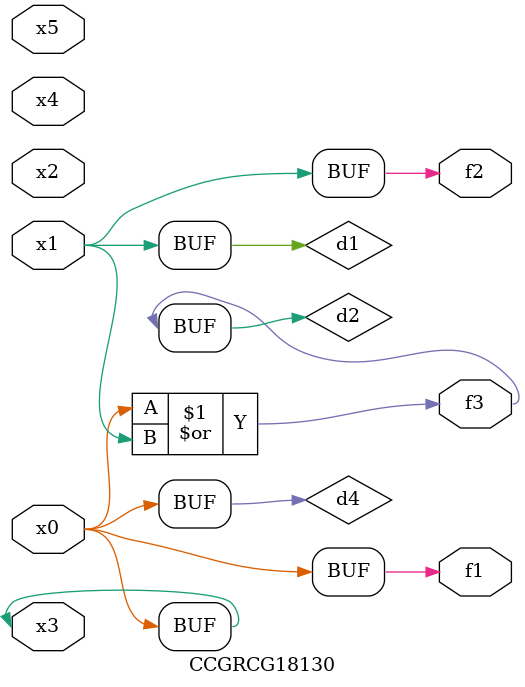
<source format=v>
module CCGRCG18130(
	input x0, x1, x2, x3, x4, x5,
	output f1, f2, f3
);

	wire d1, d2, d3, d4;

	and (d1, x1);
	or (d2, x0, x1);
	nand (d3, x0, x5);
	buf (d4, x0, x3);
	assign f1 = d4;
	assign f2 = d1;
	assign f3 = d2;
endmodule

</source>
